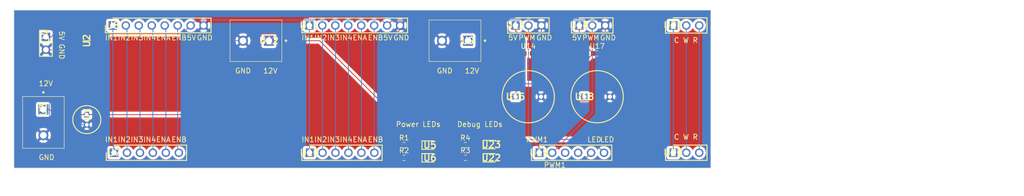
<source format=kicad_pcb>
(kicad_pcb (version 20240108) (generator "pcbnew") (generator_version "8.0")
  (layers (0 "F.Cu" signal) (31 "B.Cu" signal) (34 "B.Paste" user) (35 "F.Paste" user) (36 "B.SilkS" user "B.Silkscreen") (37 "F.SilkS" user "F.Silkscreen") (38 "B.Mask" user) (39 "F.Mask" user) (44 "Edge.Cuts" user))
  (net 0 "")
  (net 1 "vcc")
  (net 2 "gnd")
  (net 3 "vcc-1")
  (net 4 "servo1-control")
  (net 5 "servo2-control")
  (net 6 "digital3")
  (net 7 "digital4")
  (net 8 "digital5")
  (net 9 "digital6")
  (net 10 "counter")
  (net 11 "reference")
  (net 12 "working")
  (net 13 "motor1-in1")
  (net 14 "motor1-in2")
  (net 15 "motor1-in3")
  (net 16 "motor1-in4")
  (net 17 "motor1-ena")
  (net 18 "motor1-enb")
  (net 19 "motor2-in1")
  (net 20 "motor2-in2")
  (net 21 "motor2-in3")
  (net 22 "motor2-in4")
  (net 23 "motor2-ena")
  (net 24 "motor2-enb")
  (net 25 "power_led_5v.ic-p2")
  (net 26 "power_led_12v.ic-p2")
  (net 27 "debug_led_1.ic-p2")
  (net 28 "debug_led_2.ic-p2")
  (footprint "lib:HDRV6W64P0X254_1X6_1524X250X952P" (layer "F.Cu") (at 234.15 135.5)
    (property "Reference" "U19" (at 0 0 0) (layer "F.SilkS") (effects (font (size 1.27 1.27) (thickness 0.254))))
    (property "Value" "CONN HEADER VERT 6POS 2.54MM" (hide yes))
    (fp_line (start -1.524 0) (end -1.524 1.504) (stroke (width 0.2)) (layer "F.SilkS"))
    (fp_line (start -1.524 1.504) (end 14.224 1.504) (stroke (width 0.2)) (layer "F.SilkS"))
    (fp_line (start 14.224 -1.504) (end 0 -1.504) (stroke (width 0.2)) (layer "F.SilkS"))
    (fp_line (start 14.224 1.504) (end 14.224 -1.504) (stroke (width 0.2)) (layer "F.SilkS"))
    (pad "1" thru_hole rect (at 0 0) (size 1.65 1.65) (drill 1.1) (layers "*.Cu" "*.Mask") (net 4 "servo1-control"))
    (pad "2" thru_hole circle (at 2.54 0) (size 1.65 1.65) (drill 1.1) (layers "*.Cu" "*.Mask") (net 5 "servo2-control"))
    (pad "3" thru_hole circle (at 5.08 0) (size 1.65 1.65) (drill 1.1) (layers "*.Cu" "*.Mask") (net 6 "digital3"))
    (pad "4" thru_hole circle (at 7.62 0) (size 1.65 1.65) (drill 1.1) (layers "*.Cu" "*.Mask") (net 7 "digital4"))
    (pad "5" thru_hole circle (at 10.16 0) (size 1.65 1.65) (drill 1.1) (layers "*.Cu" "*.Mask") (net 8 "digital5"))
    (pad "6" thru_hole circle (at 12.7 0) (size 1.65 1.65) (drill 1.1) (layers "*.Cu" "*.Mask") (net 9 "digital6"))
  )
  (footprint "lib:R0603" (layer "F.Cu") (at 207.675 136.5)
    (property "Reference" "R2" (at 0 -1.43 0) (layer "F.SilkS"))
    (property "Value" "100mW Thick Film Resistors 75V ±100ppm/℃ ±1% 1.8kΩ 0603 Chip Resistor - Surface Mount ROHS")
    (fp_line (start -0.237258 -0.5225) (end 0.237258 -0.5225) (stroke (width 0.12)) (layer "F.SilkS"))
    (fp_line (start -0.237258 0.5225) (end 0.237258 0.5225) (stroke (width 0.12)) (layer "F.SilkS"))
    (pad "1" smd roundrect (at -0.825 0) (size 0.8 0.95) (layers "F.Cu" "F.Paste" "F.Mask") (net 1 "vcc"))
    (pad "2" smd roundrect (at 0.825 0) (size 0.8 0.95) (layers "F.Cu" "F.Paste" "F.Mask") (net 26 "power_led_12v.ic-p2"))
  )
  (footprint "lib:R0603" (layer "F.Cu") (at 207.675 134)
    (property "Reference" "R1" (at 0 -1.43 0) (layer "F.SilkS"))
    (property "Value" "100mW Thick Film Resistors 75V ±100ppm/℃ ±1% 390Ω 0603 Chip Resistor - Surface Mount ROHS")
    (fp_line (start -0.237258 -0.5225) (end 0.237258 -0.5225) (stroke (width 0.12)) (layer "F.SilkS"))
    (fp_line (start -0.237258 0.5225) (end 0.237258 0.5225) (stroke (width 0.12)) (layer "F.SilkS"))
    (pad "1" smd roundrect (at -0.825 0) (size 0.8 0.95) (layers "F.Cu" "F.Paste" "F.Mask") (net 3 "vcc-1"))
    (pad "2" smd roundrect (at 0.825 0) (size 0.8 0.95) (layers "F.Cu" "F.Paste" "F.Mask") (net 25 "power_led_5v.ic-p2"))
  )
  (footprint "lib:R0603" (layer "F.Cu") (at 219.675 136.5)
    (property "Reference" "R3" (at 0 -1.43 0) (layer "F.SilkS"))
    (property "Value" "100mW Thick Film Resistors 75V ±100ppm/℃ ±1% 390Ω 0603 Chip Resistor - Surface Mount ROHS")
    (fp_line (start -0.237258 -0.5225) (end 0.237258 -0.5225) (stroke (width 0.12)) (layer "F.SilkS"))
    (fp_line (start -0.237258 0.5225) (end 0.237258 0.5225) (stroke (width 0.12)) (layer "F.SilkS"))
    (pad "1" smd roundrect (at -0.825 0) (size 0.8 0.95) (layers "F.Cu" "F.Paste" "F.Mask") (net 8 "digital5"))
    (pad "2" smd roundrect (at 0.825 0) (size 0.8 0.95) (layers "F.Cu" "F.Paste" "F.Mask") (net 27 "debug_led_1.ic-p2"))
  )
  (footprint "lib:HDRV6W64P0X254_1X6_1524X250X952P" (layer "F.Cu") (at 189.15 135.5)
    (property "Reference" "U10" (at 0 0 0) (layer "F.SilkS") (effects (font (size 1.27 1.27) (thickness 0.254))))
    (property "Value" "CONN HEADER VERT 6POS 2.54MM" (hide yes))
    (fp_line (start -1.524 0) (end -1.524 1.504) (stroke (width 0.2)) (layer "F.SilkS"))
    (fp_line (start -1.524 1.504) (end 14.224 1.504) (stroke (width 0.2)) (layer "F.SilkS"))
    (fp_line (start 14.224 -1.504) (end 0 -1.504) (stroke (width 0.2)) (layer "F.SilkS"))
    (fp_line (start 14.224 1.504) (end 14.224 -1.504) (stroke (width 0.2)) (layer "F.SilkS"))
    (pad "1" thru_hole rect (at 0 0) (size 1.65 1.65) (drill 1.1) (layers "*.Cu" "*.Mask") (net 19 "motor2-in1"))
    (pad "2" thru_hole circle (at 2.54 0) (size 1.65 1.65) (drill 1.1) (layers "*.Cu" "*.Mask") (net 20 "motor2-in2"))
    (pad "3" thru_hole circle (at 5.08 0) (size 1.65 1.65) (drill 1.1) (layers "*.Cu" "*.Mask") (net 21 "motor2-in3"))
    (pad "4" thru_hole circle (at 7.62 0) (size 1.65 1.65) (drill 1.1) (layers "*.Cu" "*.Mask") (net 22 "motor2-in4"))
    (pad "5" thru_hole circle (at 10.16 0) (size 1.65 1.65) (drill 1.1) (layers "*.Cu" "*.Mask") (net 23 "motor2-ena"))
    (pad "6" thru_hole circle (at 12.7 0) (size 1.65 1.65) (drill 1.1) (layers "*.Cu" "*.Mask") (net 24 "motor2-enb"))
  )
  (footprint "lib:HDRV3W64P0X254_1X3_762X250X952P" (layer "F.Cu") (at 260.42 110.5)
    (property "Reference" "U21" (at 0 0 0) (layer "F.SilkS") (effects (font (size 1.27 1.27) (thickness 0.254))))
    (property "Value" "CONN HEADER VERT 3POS 2.54MM" (hide yes))
    (fp_line (start -1.524 0) (end -1.524 1.504) (stroke (width 0.2)) (layer "F.SilkS"))
    (fp_line (start -1.524 1.504) (end 6.604 1.504) (stroke (width 0.2)) (layer "F.SilkS"))
    (fp_line (start 6.604 -1.504) (end 0 -1.504) (stroke (width 0.2)) (layer "F.SilkS"))
    (fp_line (start 6.604 1.504) (end 6.604 -1.504) (stroke (width 0.2)) (layer "F.SilkS"))
    (pad "1" thru_hole rect (at 0 0) (size 1.65 1.65) (drill 1.1) (layers "*.Cu" "*.Mask") (net 10 "counter"))
    (pad "2" thru_hole circle (at 2.54 0) (size 1.65 1.65) (drill 1.1) (layers "*.Cu" "*.Mask") (net 12 "working"))
    (pad "3" thru_hole circle (at 5.08 0) (size 1.65 1.65) (drill 1.1) (layers "*.Cu" "*.Mask") (net 11 "reference"))
  )
  (footprint "lib:R0603" (layer "F.Cu") (at 219.675 134)
    (property "Reference" "R4" (at 0 -1.43 0) (layer "F.SilkS"))
    (property "Value" "100mW Thick Film Resistors 75V ±100ppm/℃ ±1% 390Ω 0603 Chip Resistor - Surface Mount ROHS")
    (fp_line (start -0.237258 -0.5225) (end 0.237258 -0.5225) (stroke (width 0.12)) (layer "F.SilkS"))
    (fp_line (start -0.237258 0.5225) (end 0.237258 0.5225) (stroke (width 0.12)) (layer "F.SilkS"))
    (pad "1" smd roundrect (at -0.825 0) (size 0.8 0.95) (layers "F.Cu" "F.Paste" "F.Mask") (net 9 "digital6"))
    (pad "2" smd roundrect (at 0.825 0) (size 0.8 0.95) (layers "F.Cu" "F.Paste" "F.Mask") (net 28 "debug_led_2.ic-p2"))
  )
  (footprint "lib:1729128" (layer "F.Cu") (at 137 127 -90)
    (property "Reference" "U3" (at 0 0 90) (layer "F.SilkS") (effects (font (size 1.27 1.27) (thickness 0.254))))
    (property "Value" "PCB terminal block, nominal current: 13.5 A, rated voltage (III/2): 400 V, nominal cross section: 1.5 mm?, Number of potentials: 2, Number of rows: 1, Number of positions per row: 2, product range: MKDSN 1,5, pitch: 5.08 mm, connection method: Screw connection with tension sleeve, mounting: Wave soldering, conductor/PCB connection direction: 0 ?, color: green, Pin layout: Linear pinning, Solder pin [P]: 3.5 mm, type of packaging: packed in cardboard" (hide yes))
    (fp_line (start -2.54 4.075) (end -2.54 -4.075) (stroke (width 0.1)) (layer "F.SilkS"))
    (fp_line (start 7.62 4.075) (end -2.54 4.075) (stroke (width 0.1)) (layer "F.SilkS"))
    (fp_line (start -2.54 -4.075) (end 7.62 -4.075) (stroke (width 0.1)) (layer "F.SilkS"))
    (fp_line (start 7.62 -4.075) (end 7.62 4.075) (stroke (width 0.1)) (layer "F.SilkS"))
    (fp_circle (center -3.35 0) (end -3.35 0.05) (stroke (width 0.2)) (fill none) (layer "F.SilkS"))
    (pad "1" thru_hole rect (at 0 0 270) (size 1.95 1.95) (drill 1.3) (layers "*.Cu" "*.Mask") (net 1 "vcc"))
    (pad "2" thru_hole circle (at 5.08 0 270) (size 1.95 1.95) (drill 1.3) (layers "*.Cu" "*.Mask") (net 2 "gnd"))
  )
  (footprint "lib:LEDC1608X80N" (layer "F.Cu") (at 224.75 136.5)
    (property "Reference" "U22" (at 0 0 0) (layer "F.SilkS") (effects (font (size 1.27 1.27) (thickness 0.254))))
    (property "Value" "Wurth Elektronik WL-SMCW 520 nm Green LED, 1608 (0603) Clear SMD package" (hide yes))
    (fp_line (start -1.575 -0.825) (end -1.575 0.825) (stroke (width 0.2)) (layer "F.SilkS"))
    (fp_line (start -1.575 0.825) (end 0.75 0.825) (stroke (width 0.2)) (layer "F.SilkS"))
    (fp_line (start 0.75 -0.825) (end -1.575 -0.825) (stroke (width 0.2)) (layer "F.SilkS"))
    (pad "1" smd rect (at -0.75 0 90) (size 0.95 0.95) (layers "F.Cu" "F.Paste" "F.Mask") (net 2 "gnd"))
    (pad "2" smd rect (at 0.75 0 90) (size 0.95 0.95) (layers "F.Cu" "F.Paste" "F.Mask") (net 27 "debug_led_1.ic-p2"))
  )
  (footprint "lib:HDRV8W64P0X254_1X8_2032X250X888P" (layer "F.Cu") (at 189.1095 110.5005)
    (property "Reference" "U11" (at 0 0 0) (layer "F.SilkS") (effects (font (size 1.27 1.27) (thickness 0.254))))
    (property "Value" "Conn Unshrouded Header HDR 8 POS 2.54mm Solder ST Thru-Hole" (hide yes))
    (fp_line (start -1.46 0) (end -1.46 1.44) (stroke (width 0.2)) (layer "F.SilkS"))
    (fp_line (start -1.46 1.44) (end 19.241 1.44) (stroke (width 0.2)) (layer "F.SilkS"))
    (fp_line (start 19.241 -1.441) (end 0 -1.441) (stroke (width 0.2)) (layer "F.SilkS"))
    (fp_line (start 19.241 1.44) (end 19.241 -1.441) (stroke (width 0.2)) (layer "F.SilkS"))
    (pad "1" thru_hole rect (at 0 0) (size 1.65 1.65) (drill 1.1) (layers "*.Cu" "*.Mask") (net 19 "motor2-in1"))
    (pad "2" thru_hole circle (at 2.54 0) (size 1.65 1.65) (drill 1.1) (layers "*.Cu" "*.Mask") (net 20 "motor2-in2"))
    (pad "3" thru_hole circle (at 5.08 0) (size 1.65 1.65) (drill 1.1) (layers "*.Cu" "*.Mask") (net 21 "motor2-in3"))
    (pad "4" thru_hole circle (at 7.62 0) (size 1.65 1.65) (drill 1.1) (layers "*.Cu" "*.Mask") (net 22 "motor2-in4"))
    (pad "5" thru_hole circle (at 10.16 0) (size 1.65 1.65) (drill 1.1) (layers "*.Cu" "*.Mask") (net 23 "motor2-ena"))
    (pad "6" thru_hole circle (at 12.7 0) (size 1.65 1.65) (drill 1.1) (layers "*.Cu" "*.Mask") (net 24 "motor2-enb"))
    (pad "7" thru_hole circle (at 15.24 0) (size 1.65 1.65) (drill 1.1) (layers "*.Cu" "*.Mask") (net 3 "vcc-1"))
    (pad "8" thru_hole circle (at 17.78 0) (size 1.65 1.65) (drill 1.1) (layers "*.Cu" "*.Mask") (net 2 "gnd"))
  )
  (footprint "lib:HDRV8W64P0X254_1X8_2032X250X888P" (layer "F.Cu") (at 150.6095 110.5005)
    (property "Reference" "U8" (at 0 0 0) (layer "F.SilkS") (effects (font (size 1.27 1.27) (thickness 0.254))))
    (property "Value" "Conn Unshrouded Header HDR 8 POS 2.54mm Solder ST Thru-Hole" (hide yes))
    (fp_line (start -1.46 0) (end -1.46 1.44) (stroke (width 0.2)) (layer "F.SilkS"))
    (fp_line (start -1.46 1.44) (end 19.241 1.44) (stroke (width 0.2)) (layer "F.SilkS"))
    (fp_line (start 19.241 -1.441) (end 0 -1.441) (stroke (width 0.2)) (layer "F.SilkS"))
    (fp_line (start 19.241 1.44) (end 19.241 -1.441) (stroke (width 0.2)) (layer "F.SilkS"))
    (pad "1" thru_hole rect (at 0 0) (size 1.65 1.65) (drill 1.1) (layers "*.Cu" "*.Mask") (net 13 "motor1-in1"))
    (pad "2" thru_hole circle (at 2.54 0) (size 1.65 1.65) (drill 1.1) (layers "*.Cu" "*.Mask") (net 14 "motor1-in2"))
    (pad "3" thru_hole circle (at 5.08 0) (size 1.65 1.65) (drill 1.1) (layers "*.Cu" "*.Mask") (net 15 "motor1-in3"))
    (pad "4" thru_hole circle (at 7.62 0) (size 1.65 1.65) (drill 1.1) (layers "*.Cu" "*.Mask") (net 16 "motor1-in4"))
    (pad "5" thru_hole circle (at 10.16 0) (size 1.65 1.65) (drill 1.1) (layers "*.Cu" "*.Mask") (net 17 "motor1-ena"))
    (pad "6" thru_hole circle (at 12.7 0) (size 1.65 1.65) (drill 1.1) (layers "*.Cu" "*.Mask") (net 18 "motor1-enb"))
    (pad "7" thru_hole circle (at 15.24 0) (size 1.65 1.65) (drill 1.1) (layers "*.Cu" "*.Mask") (net 3 "vcc-1"))
    (pad "8" thru_hole circle (at 17.78 0) (size 1.65 1.65) (drill 1.1) (layers "*.Cu" "*.Mask") (net 2 "gnd"))
  )
  (footprint "lib:HDRV3W64P0X254_1X3_762X250X952P" (layer "F.Cu") (at 242 110.5)
    (property "Reference" "U16" (at 0 0 0) (layer "F.SilkS") (effects (font (size 1.27 1.27) (thickness 0.254))))
    (property "Value" "CONN HEADER VERT 3POS 2.54MM" (hide yes))
    (fp_line (start -1.524 0) (end -1.524 1.504) (stroke (width 0.2)) (layer "F.SilkS"))
    (fp_line (start -1.524 1.504) (end 6.604 1.504) (stroke (width 0.2)) (layer "F.SilkS"))
    (fp_line (start 6.604 -1.504) (end 0 -1.504) (stroke (width 0.2)) (layer "F.SilkS"))
    (fp_line (start 6.604 1.504) (end 6.604 -1.504) (stroke (width 0.2)) (layer "F.SilkS"))
    (pad "1" thru_hole rect (at 0 0) (size 1.65 1.65) (drill 1.1) (layers "*.Cu" "*.Mask") (net 3 "vcc-1"))
    (pad "2" thru_hole circle (at 2.54 0) (size 1.65 1.65) (drill 1.1) (layers "*.Cu" "*.Mask") (net 5 "servo2-control"))
    (pad "3" thru_hole circle (at 5.08 0) (size 1.65 1.65) (drill 1.1) (layers "*.Cu" "*.Mask") (net 2 "gnd"))
  )
  (footprint "lib:CAPPRD500W60D1025H1750" (layer "F.Cu") (at 243 124.5)
    (property "Reference" "U18" (at 0 0 0) (layer "F.SilkS") (effects (font (size 1.27 1.27) (thickness 0.254))))
    (property "Value" "Nichicon 470F 25V dc Aluminium Electrolytic Capacitor, Through Hole 10 (Dia.) x 16mm +105C 10mm 5mm" (hide yes))
    (fp_circle (center 2.5 0) (end 2.5 5.125) (stroke (width 0.2)) (fill none) (layer "F.SilkS"))
    (pad "1" thru_hole rect (at 0 0) (size 1.2 1.2) (drill 0.8) (layers "*.Cu" "*.Mask") (net 3 "vcc-1"))
    (pad "2" thru_hole circle (at 5 0) (size 1.2 1.2) (drill 0.8) (layers "*.Cu" "*.Mask") (net 2 "gnd"))
  )
  (footprint "lib:C0603" (layer "F.Cu") (at 245.5 116)
    (property "Reference" "U17" (at 0 -1.43 0) (layer "F.SilkS"))
    (property "Value" "SMD Comm X7R, Ceramic, 0.1 uF, 20%, 50 VDC, 125 VDC, 125C, -55C, X7R, SMD, MLCC, Temperature Stable, Class II, 2.5 % , 5 GOhms, 7.3 mg, 0603, 1.6mm, 0.8mm, 0.8mm, 0.7mm, 0.35mm, 4000, 78  Weeks, 80")
    (fp_line (start -0.14058 -0.51) (end 0.14058 -0.51) (stroke (width 0.12)) (layer "F.SilkS"))
    (fp_line (start -0.14058 0.51) (end 0.14058 0.51) (stroke (width 0.12)) (layer "F.SilkS"))
    (pad "1" smd roundrect (at -0.775 0) (size 0.9 0.95) (layers "F.Cu" "F.Paste" "F.Mask") (net 3 "vcc-1"))
    (pad "2" smd roundrect (at 0.775 0) (size 0.9 0.95) (layers "F.Cu" "F.Paste" "F.Mask") (net 2 "gnd"))
  )
  (footprint "lib:HDRV3W64P0X254_1X3_762X250X952P" (layer "F.Cu") (at 229.5 110.5)
    (property "Reference" "U13" (at 0 0 0) (layer "F.SilkS") (effects (font (size 1.27 1.27) (thickness 0.254))))
    (property "Value" "CONN HEADER VERT 3POS 2.54MM" (hide yes))
    (fp_line (start -1.524 0) (end -1.524 1.504) (stroke (width 0.2)) (layer "F.SilkS"))
    (fp_line (start -1.524 1.504) (end 6.604 1.504) (stroke (width 0.2)) (layer "F.SilkS"))
    (fp_line (start 6.604 -1.504) (end 0 -1.504) (stroke (width 0.2)) (layer "F.SilkS"))
    (fp_line (start 6.604 1.504) (end 6.604 -1.504) (stroke (width 0.2)) (layer "F.SilkS"))
    (pad "1" thru_hole rect (at 0 0) (size 1.65 1.65) (drill 1.1) (layers "*.Cu" "*.Mask") (net 3 "vcc-1"))
    (pad "2" thru_hole circle (at 2.54 0) (size 1.65 1.65) (drill 1.1) (layers "*.Cu" "*.Mask") (net 4 "servo1-control"))
    (pad "3" thru_hole circle (at 5.08 0) (size 1.65 1.65) (drill 1.1) (layers "*.Cu" "*.Mask") (net 2 "gnd"))
  )
  (footprint "lib:HDRV3W64P0X254_1X3_762X250X952P" (layer "F.Cu") (at 260.42 135.5)
    (property "Reference" "U20" (at 0 0 0) (layer "F.SilkS") (effects (font (size 1.27 1.27) (thickness 0.254))))
    (property "Value" "CONN HEADER VERT 3POS 2.54MM" (hide yes))
    (fp_line (start -1.524 0) (end -1.524 1.504) (stroke (width 0.2)) (layer "F.SilkS"))
    (fp_line (start -1.524 1.504) (end 6.604 1.504) (stroke (width 0.2)) (layer "F.SilkS"))
    (fp_line (start 6.604 -1.504) (end 0 -1.504) (stroke (width 0.2)) (layer "F.SilkS"))
    (fp_line (start 6.604 1.504) (end 6.604 -1.504) (stroke (width 0.2)) (layer "F.SilkS"))
    (pad "1" thru_hole rect (at 0 0) (size 1.65 1.65) (drill 1.1) (layers "*.Cu" "*.Mask") (net 10 "counter"))
    (pad "2" thru_hole circle (at 2.54 0) (size 1.65 1.65) (drill 1.1) (layers "*.Cu" "*.Mask") (net 12 "working"))
    (pad "3" thru_hole circle (at 5.08 0) (size 1.65 1.65) (drill 1.1) (layers "*.Cu" "*.Mask") (net 11 "reference"))
  )
  (footprint "lib:HDRV2W64P0X254_1X2_508X250X850P" (layer "F.Cu") (at 137.5 112.73 -90)
    (property "Reference" "U4" (at 0 0 90) (layer "F.SilkS") (effects (font (size 1.27 1.27) (thickness 0.254))))
    (property "Value" "CONN HEADER VERT 2POS 2.54MM" (hide yes))
    (fp_line (start -1.27 1.25) (end 3.81 1.25) (stroke (width 0.2)) (layer "F.SilkS"))
    (fp_line (start 3.81 1.25) (end 3.81 -1.25) (stroke (width 0.2)) (layer "F.SilkS"))
    (fp_line (start -1.27 0) (end -1.27 1.25) (stroke (width 0.2)) (layer "F.SilkS"))
    (fp_line (start 3.81 -1.25) (end 0 -1.25) (stroke (width 0.2)) (layer "F.SilkS"))
    (pad "1" thru_hole rect (at 0 0 270) (size 1.65 1.65) (drill 1.1) (layers "*.Cu" "*.Mask") (net 3 "vcc-1"))
    (pad "2" thru_hole circle (at 2.54 0 270) (size 1.65 1.65) (drill 1.1) (layers "*.Cu" "*.Mask") (net 2 "gnd"))
  )
  (footprint "lib:LEDC1608X80N" (layer "F.Cu") (at 212.75 134)
    (property "Reference" "U5" (at 0 0 0) (layer "F.SilkS") (effects (font (size 1.27 1.27) (thickness 0.254))))
    (property "Value" "Wurth Elektronik WL-SMCW 520 nm Green LED, 1608 (0603) Clear SMD package" (hide yes))
    (fp_line (start -1.575 -0.825) (end -1.575 0.825) (stroke (width 0.2)) (layer "F.SilkS"))
    (fp_line (start -1.575 0.825) (end 0.75 0.825) (stroke (width 0.2)) (layer "F.SilkS"))
    (fp_line (start 0.75 -0.825) (end -1.575 -0.825) (stroke (width 0.2)) (layer "F.SilkS"))
    (pad "1" smd rect (at -0.75 0 90) (size 0.95 0.95) (layers "F.Cu" "F.Paste" "F.Mask") (net 2 "gnd"))
    (pad "2" smd rect (at 0.75 0 90) (size 0.95 0.95) (layers "F.Cu" "F.Paste" "F.Mask") (net 25 "power_led_5v.ic-p2"))
  )
  (footprint "lib:CAPC3216X180N" (layer "F.Cu") (at 145.5 113.5 -90)
    (property "Reference" "U2" (at 0 0 90) (layer "F.SilkS") (effects (font (size 1.27 1.27) (thickness 0.254))))
    (property "Value" "Cap Ceramic 10uF 16V X7R 10% Pad SMD 1206 125C T/R" (hide yes))
    (fp_line (start 0 -0.7) (end 0 0.7) (stroke (width 0.2)) (layer "F.SilkS"))
    (pad "1" smd rect (at -1.39 0 270) (size 1.05 1.82) (layers "F.Cu" "F.Paste" "F.Mask") (net 3 "vcc-1"))
    (pad "2" smd rect (at 1.39 0 270) (size 1.05 1.82) (layers "F.Cu" "F.Paste" "F.Mask") (net 2 "gnd"))
  )
  (footprint "lib:C0603" (layer "F.Cu") (at 232 116)
    (property "Reference" "U14" (at 0 -1.43 0) (layer "F.SilkS"))
    (property "Value" "SMD Comm X7R, Ceramic, 0.1 uF, 20%, 50 VDC, 125 VDC, 125C, -55C, X7R, SMD, MLCC, Temperature Stable, Class II, 2.5 % , 5 GOhms, 7.3 mg, 0603, 1.6mm, 0.8mm, 0.8mm, 0.7mm, 0.35mm, 4000, 78  Weeks, 80")
    (fp_line (start -0.14058 -0.51) (end 0.14058 -0.51) (stroke (width 0.12)) (layer "F.SilkS"))
    (fp_line (start -0.14058 0.51) (end 0.14058 0.51) (stroke (width 0.12)) (layer "F.SilkS"))
    (pad "1" smd roundrect (at -0.775 0) (size 0.9 0.95) (layers "F.Cu" "F.Paste" "F.Mask") (net 3 "vcc-1"))
    (pad "2" smd roundrect (at 0.775 0) (size 0.9 0.95) (layers "F.Cu" "F.Paste" "F.Mask") (net 2 "gnd"))
  )
  (footprint "lib:1729128" (layer "F.Cu") (at 220.185 113.5 180)
    (property "Reference" "U9" (at 0 0 0) (layer "F.SilkS") (effects (font (size 1.27 1.27) (thickness 0.254))))
    (property "Value" "PCB terminal block, nominal current: 13.5 A, rated voltage (III/2): 400 V, nominal cross section: 1.5 mm?, Number of potentials: 2, Number of rows: 1, Number of positions per row: 2, product range: MKDSN 1,5, pitch: 5.08 mm, connection method: Screw connection with tension sleeve, mounting: Wave soldering, conductor/PCB connection direction: 0 ?, color: green, Pin layout: Linear pinning, Solder pin [P]: 3.5 mm, type of packaging: packed in cardboard" (hide yes))
    (fp_line (start 7.62 4.075) (end -2.54 4.075) (stroke (width 0.1)) (layer "F.SilkS"))
    (fp_line (start 7.62 -4.075) (end 7.62 4.075) (stroke (width 0.1)) (layer "F.SilkS"))
    (fp_line (start -2.54 4.075) (end -2.54 -4.075) (stroke (width 0.1)) (layer "F.SilkS"))
    (fp_line (start -2.54 -4.075) (end 7.62 -4.075) (stroke (width 0.1)) (layer "F.SilkS"))
    (fp_circle (center -3.35 0) (end -3.35 0.05) (stroke (width 0.2)) (fill none) (layer "F.SilkS"))
    (pad "1" thru_hole rect (at 0 0 180) (size 1.95 1.95) (drill 1.3) (layers "*.Cu" "*.Mask") (net 1 "vcc"))
    (pad "2" thru_hole circle (at 5.08 0 180) (size 1.95 1.95) (drill 1.3) (layers "*.Cu" "*.Mask") (net 2 "gnd"))
  )
  (footprint "lib:CAPPRD200W50D550H1250" (layer "F.Cu") (at 145.5 128 -90)
    (property "Reference" "U1" (at 0 0 90) (layer "F.SilkS") (effects (font (size 1.27 1.27) (thickness 0.254))))
    (property "Value" "Rubycon 100uF 25 V dc Aluminium Electrolytic Capacitor, YXJ Series 5000h 5 Dia. x 11mm" (hide yes))
    (fp_circle (center 1 0) (end 1 2.75) (stroke (width 0.2)) (fill none) (layer "F.SilkS"))
    (pad "1" thru_hole rect (at 0 0 270) (size 1.1 1.1) (drill 0.7) (layers "*.Cu" "*.Mask") (net 1 "vcc"))
    (pad "2" thru_hole circle (at 2 0 270) (size 1.1 1.1) (drill 0.7) (layers "*.Cu" "*.Mask") (net 2 "gnd"))
  )
  (footprint "lib:LEDC1608X80N" (layer "F.Cu") (at 212.75 136.5)
    (property "Reference" "U6" (at 0 0 0) (layer "F.SilkS") (effects (font (size 1.27 1.27) (thickness 0.254))))
    (property "Value" "Wurth Elektronik WL-SMCW 520 nm Green LED, 1608 (0603) Clear SMD package" (hide yes))
    (fp_line (start -1.575 -0.825) (end -1.575 0.825) (stroke (width 0.2)) (layer "F.SilkS"))
    (fp_line (start -1.575 0.825) (end 0.75 0.825) (stroke (width 0.2)) (layer "F.SilkS"))
    (fp_line (start 0.75 -0.825) (end -1.575 -0.825) (stroke (width 0.2)) (layer "F.SilkS"))
    (pad "1" smd rect (at -0.75 0 90) (size 0.95 0.95) (layers "F.Cu" "F.Paste" "F.Mask") (net 2 "gnd"))
    (pad "2" smd rect (at 0.75 0 90) (size 0.95 0.95) (layers "F.Cu" "F.Paste" "F.Mask") (net 26 "power_led_12v.ic-p2"))
  )
  (footprint "lib:CAPPRD500W60D1025H1750" (layer "F.Cu") (at 229.5 124.5)
    (property "Reference" "U15" (at 0 0 0) (layer "F.SilkS") (effects (font (size 1.27 1.27) (thickness 0.254))))
    (property "Value" "Nichicon 470F 25V dc Aluminium Electrolytic Capacitor, Through Hole 10 (Dia.) x 16mm +105C 10mm 5mm" (hide yes))
    (fp_circle (center 2.5 0) (end 2.5 5.125) (stroke (width 0.2)) (fill none) (layer "F.SilkS"))
    (pad "1" thru_hole rect (at 0 0) (size 1.2 1.2) (drill 0.8) (layers "*.Cu" "*.Mask") (net 3 "vcc-1"))
    (pad "2" thru_hole circle (at 5 0) (size 1.2 1.2) (drill 0.8) (layers "*.Cu" "*.Mask") (net 2 "gnd"))
  )
  (footprint "lib:LEDC1608X80N" (layer "F.Cu") (at 224.75 133.9)
    (property "Reference" "U23" (at 0 0 0) (layer "F.SilkS") (effects (font (size 1.27 1.27) (thickness 0.254))))
    (property "Value" "Wurth Elektronik WL-SMCW 520 nm Green LED, 1608 (0603) Clear SMD package" (hide yes))
    (fp_line (start -1.575 -0.825) (end -1.575 0.825) (stroke (width 0.2)) (layer "F.SilkS"))
    (fp_line (start -1.575 0.825) (end 0.75 0.825) (stroke (width 0.2)) (layer "F.SilkS"))
    (fp_line (start 0.75 -0.825) (end -1.575 -0.825) (stroke (width 0.2)) (layer "F.SilkS"))
    (pad "1" smd rect (at -0.75 0 90) (size 0.95 0.95) (layers "F.Cu" "F.Paste" "F.Mask") (net 2 "gnd"))
    (pad "2" smd rect (at 0.75 0 90) (size 0.95 0.95) (layers "F.Cu" "F.Paste" "F.Mask") (net 28 "debug_led_2.ic-p2"))
  )
  (footprint "lib:1729128" (layer "F.Cu") (at 181.185 113.5 180)
    (property "Reference" "U12" (at 0 0 0) (layer "F.SilkS") (effects (font (size 1.27 1.27) (thickness 0.254))))
    (property "Value" "PCB terminal block, nominal current: 13.5 A, rated voltage (III/2): 400 V, nominal cross section: 1.5 mm?, Number of potentials: 2, Number of rows: 1, Number of positions per row: 2, product range: MKDSN 1,5, pitch: 5.08 mm, connection method: Screw connection with tension sleeve, mounting: Wave soldering, conductor/PCB connection direction: 0 ?, color: green, Pin layout: Linear pinning, Solder pin [P]: 3.5 mm, type of packaging: packed in cardboard" (hide yes))
    (fp_line (start 7.62 4.075) (end -2.54 4.075) (stroke (width 0.1)) (layer "F.SilkS"))
    (fp_line (start 7.62 -4.075) (end 7.62 4.075) (stroke (width 0.1)) (layer "F.SilkS"))
    (fp_line (start -2.54 4.075) (end -2.54 -4.075) (stroke (width 0.1)) (layer "F.SilkS"))
    (fp_line (start -2.54 -4.075) (end 7.62 -4.075) (stroke (width 0.1)) (layer "F.SilkS"))
    (fp_circle (center -3.35 0) (end -3.35 0.05) (stroke (width 0.2)) (fill none) (layer "F.SilkS"))
    (pad "1" thru_hole rect (at 0 0 180) (size 1.95 1.95) (drill 1.3) (layers "*.Cu" "*.Mask") (net 1 "vcc"))
    (pad "2" thru_hole circle (at 5.08 0 180) (size 1.95 1.95) (drill 1.3) (layers "*.Cu" "*.Mask") (net 2 "gnd"))
  )
  (footprint "lib:HDRV6W64P0X254_1X6_1524X250X952P" (layer "F.Cu") (at 150.84 135.5)
    (property "Reference" "U7" (at 0 0 0) (layer "F.SilkS") (effects (font (size 1.27 1.27) (thickness 0.254))))
    (property "Value" "CONN HEADER VERT 6POS 2.54MM" (hide yes))
    (fp_line (start -1.524 0) (end -1.524 1.504) (stroke (width 0.2)) (layer "F.SilkS"))
    (fp_line (start -1.524 1.504) (end 14.224 1.504) (stroke (width 0.2)) (layer "F.SilkS"))
    (fp_line (start 14.224 -1.504) (end 0 -1.504) (stroke (width 0.2)) (layer "F.SilkS"))
    (fp_line (start 14.224 1.504) (end 14.224 -1.504) (stroke (width 0.2)) (layer "F.SilkS"))
    (pad "1" thru_hole rect (at 0 0) (size 1.65 1.65) (drill 1.1) (layers "*.Cu" "*.Mask") (net 13 "motor1-in1"))
    (pad "2" thru_hole circle (at 2.54 0) (size 1.65 1.65) (drill 1.1) (layers "*.Cu" "*.Mask") (net 14 "motor1-in2"))
    (pad "3" thru_hole circle (at 5.08 0) (size 1.65 1.65) (drill 1.1) (layers "*.Cu" "*.Mask") (net 15 "motor1-in3"))
    (pad "4" thru_hole circle (at 7.62 0) (size 1.65 1.65) (drill 1.1) (layers "*.Cu" "*.Mask") (net 16 "motor1-in4"))
    (pad "5" thru_hole circle (at 10.16 0) (size 1.65 1.65) (drill 1.1) (layers "*.Cu" "*.Mask") (net 17 "motor1-ena"))
    (pad "6" thru_hole circle (at 12.7 0) (size 1.65 1.65) (drill 1.1) (layers "*.Cu" "*.Mask") (net 18 "motor1-enb"))
  )
  (gr_rect (start 131.25 107.5) (end 267.75 138.5) (stroke (width 0.1)) (fill none) (layer "Edge.Cuts"))
  (gr_text "PWM1" (at 235 138.5 0) (layer "F.SilkS") (effects (font (size 1 1)) (justify left bottom)))
  (gr_text "GND" (at 233.5 113.5 0) (layer "F.SilkS") (effects (font (size 1 1)) (justify left bottom)))
  (gr_text "IN2" (at 151.5 133.5 0) (layer "F.SilkS") (effects (font (size 1 1)) (justify left bottom)))
  (gr_text "ENB" (at 200.5 113.5 0) (layer "F.SilkS") (effects (font (size 1 1)) (justify left bottom)))
  (gr_text "GND" (at 174.5 120 0) (layer "F.SilkS") (effects (font (size 1 1)) (justify left bottom)))
  (gr_text "IN2" (at 190 113.5 0) (layer "F.SilkS") (effects (font (size 1 1)) (justify left bottom)))
  (gr_text "Power LEDs" (at 206 130.5 0) (layer "F.SilkS") (effects (font (size 1 1)) (justify left bottom)))
  (gr_text "ENB" (at 162 133.5 0) (layer "F.SilkS") (effects (font (size 1 1)) (justify left bottom)))
  (gr_text "12V" (at 136 122.5 0) (layer "F.SilkS") (effects (font (size 1 1)) (justify left bottom)))
  (gr_text "ENB" (at 162 113.5 0) (layer "F.SilkS") (effects (font (size 1 1)) (justify left bottom)))
  (gr_text "C W R" (at 260.46 114 0) (layer "F.SilkS") (effects (font (size 1 1)) (justify left bottom)))
  (gr_text "GND" (at 140 114 -90) (layer "F.SilkS") (effects (font (size 1 1)) (justify left bottom)))
  (gr_text "5V" (at 165 113.5 0) (layer "F.SilkS") (effects (font (size 1 1)) (justify left bottom)))
  (gr_text "IN3" (at 154 133.5 0) (layer "F.SilkS") (effects (font (size 1 1)) (justify left bottom)))
  (gr_text "5V\n" (at 140 111.5 270) (layer "F.SilkS") (effects (font (size 1 1)) (justify left bottom)))
  (gr_text "12V" (at 219.5 120 0) (layer "F.SilkS") (effects (font (size 1 1)) (justify left bottom)))
  (gr_text "PWM" (at 242.5 113.5 0) (layer "F.SilkS") (effects (font (size 1 1)) (justify left bottom)))
  (gr_text "IN3" (at 192.5 133.5 0) (layer "F.SilkS") (effects (font (size 1 1)) (justify left bottom)))
  (gr_text "5V" (at 240.5 113.5 0) (layer "F.SilkS") (effects (font (size 1 1)) (justify left bottom)))
  (gr_text "ENA" (at 159 113.5 0) (layer "F.SilkS") (effects (font (size 1 1)) (justify left bottom)))
  (gr_text "GND" (at 246 113.5 0) (layer "F.SilkS") (effects (font (size 1 1)) (justify left bottom)))
  (gr_text "IN4" (at 195 113.5 0) (layer "F.SilkS") (effects (font (size 1 1)) (justify left bottom)))
  (gr_text "5V" (at 228 113.5 0) (layer "F.SilkS") (effects (font (size 1 1)) (justify left bottom)))
  (gr_text "PWM1" (at 231.5 133.5 0) (layer "F.SilkS") (effects (font (size 1 1)) (justify left bottom)))
  (gr_text "IN1\n" (at 149 113.5 0) (layer "F.SilkS") (effects (font (size 1 1)) (justify left bottom)))
  (gr_text "IN1\n" (at 187.5 113.5 0) (layer "F.SilkS") (effects (font (size 1 1)) (justify left bottom)))
  (gr_text "12V" (at 180 120 0) (layer "F.SilkS") (effects (font (size 1 1)) (justify left bottom)))
  (gr_text "C W R" (at 260.46 133 0) (layer "F.SilkS") (effects (font (size 1 1)) (justify left bottom)))
  (gr_text "IN1\n" (at 149 133.5 0) (layer "F.SilkS") (effects (font (size 1 1)) (justify left bottom)))
  (gr_text "GND" (at 136 137 0) (layer "F.SilkS") (effects (font (size 1 1)) (justify left bottom)))
  (gr_text "IN4" (at 195 133.5 0) (layer "F.SilkS") (effects (font (size 1 1)) (justify left bottom)))
  (gr_text "IN2" (at 151.5 113.5 0) (layer "F.SilkS") (effects (font (size 1 1)) (justify left bottom)))
  (gr_text "LED" (at 243.5 133.5 0) (layer "F.SilkS") (effects (font (size 1 1)) (justify left bottom)))
  (gr_text "IN3" (at 154 113.5 0) (layer "F.SilkS") (effects (font (size 1 1)) (justify left bottom)))
  (gr_text "5V" (at 203.5 113.5 0) (layer "F.SilkS") (effects (font (size 1 1)) (justify left bottom)))
  (gr_text "ENA" (at 159 133.5 0) (layer "F.SilkS") (effects (font (size 1 1)) (justify left bottom)))
  (gr_text "ENA" (at 197.5 113.5 0) (layer "F.SilkS") (effects (font (size 1 1)) (justify left bottom)))
  (gr_text "IN2" (at 190 133.5 0) (layer "F.SilkS") (effects (font (size 1 1)) (justify left bottom)))
  (gr_text "IN3" (at 192.5 113.5 0) (layer "F.SilkS") (effects (font (size 1 1)) (justify left bottom)))
  (gr_text "GND" (at 214 120 0) (layer "F.SilkS") (effects (font (size 1 1)) (justify left bottom)))
  (gr_text "IN1\n" (at 187.5 133.5 0) (layer "F.SilkS") (effects (font (size 1 1)) (justify left bottom)))
  (gr_text "GND" (at 205.5 113.5 0) (layer "F.SilkS") (effects (font (size 1 1)) (justify left bottom)))
  (gr_text "ENB" (at 200.5 133.5 0) (layer "F.SilkS") (effects (font (size 1 1)) (justify left bottom)))
  (gr_text "GND" (at 167 113.5 0) (layer "F.SilkS") (effects (font (size 1 1)) (justify left bottom)))
  (gr_text "ENA" (at 197.5 133.5 0) (layer "F.SilkS") (effects (font (size 1 1)) (justify left bottom)))
  (gr_text "IN4" (at 156.5 113.5 0) (layer "F.SilkS") (effects (font (size 1 1)) (justify left bottom)))
  (gr_text "LED" (at 246 133.5 0) (layer "F.SilkS") (effects (font (size 1 1)) (justify left bottom)))
  (gr_text "Debug LEDs" (at 218 130.5 0) (layer "F.SilkS") (effects (font (size 1 1)) (justify left bottom)))
  (gr_text "PWM" (at 230 113.5 0) (layer "F.SilkS") (effects (font (size 1 1)) (justify left bottom)))
  (gr_text "IN4" (at 156.5 133.5 0) (layer "F.SilkS") (effects (font (size 1 1)) (justify left bottom)))
  (segment (start 191.1392 113.5) (end 205.0613 127.422) (width 0.15) (layer "F.Cu") (net 1))
  (segment (start 205.6621 135.3121) (end 206.85 136.5) (width 0.15) (layer "F.Cu") (net 1))
  (segment (start 205.0613 127.422) (end 205.6621 128.0229) (width 0.15) (layer "F.Cu") (net 1))
  (segment (start 165.4833 128) (end 179.9833 113.5) (width 0.15) (layer "F.Cu") (net 1))
  (segment (start 181.185 113.5) (end 191.1392 113.5) (width 0.15) (layer "F.Cu") (net 1))
  (segment (start 137 127) (end 138.2017 127) (width 0.15) (layer "F.Cu") (net 1))
  (segment (start 138.2017 127) (end 139.2017 128) (width 0.15) (layer "F.Cu") (net 1))
  (segment (start 220.185 113.5) (end 218.9833 113.5) (width 0.15) (layer "F.Cu") (net 1))
  (segment (start 205.6621 128.0229) (end 205.6621 135.3121) (width 0.15) (layer "F.Cu") (net 1))
  (segment (start 139.2017 128) (end 145.5 128) (width 0.15) (layer "F.Cu") (net 1))
  (segment (start 145.5 128) (end 165.4833 128) (width 0.15) (layer "F.Cu") (net 1))
  (segment (start 218.9833 113.5) (end 205.0613 127.422) (width 0.15) (layer "F.Cu") (net 1))
  (segment (start 181.185 113.5) (end 179.9833 113.5) (width 0.15) (layer "F.Cu") (net 1))
  (segment (start 212 136.5) (end 212 135.7983) (width 0.15) (layer "F.Cu") (net 2))
  (segment (start 206.8895 111.3205) (end 206.8895 110.5005) (width 0.15) (layer "F.Cu") (net 2))
  (segment (start 224 133.9) (end 223.2983 133.9) (width 0.15) (layer "F.Cu") (net 2))
  (segment (start 145.5 114.89) (end 144.3633 114.89) (width 0.15) (layer "F.Cu") (net 2))
  (segment (start 247.1733 125.3267) (end 235.3267 125.3267) (width 0.15) (layer "F.Cu") (net 2))
  (segment (start 145.5 114.89) (end 164 114.89) (width 0.15) (layer "F.Cu") (net 2))
  (segment (start 248 124.5) (end 247.1733 125.3267) (width 0.15) (layer "F.Cu") (net 2))
  (segment (start 213.0743 134.724) (end 212.5483 135.25) (width 0.15) (layer "F.Cu") (net 2))
  (segment (start 223.2388 134.724) (end 218.2126 134.724) (width 0.15) (layer "F.Cu") (net 2))
  (segment (start 212 134) (end 212 134.7017) (width 0.15) (layer "F.Cu") (net 2))
  (segment (start 218.2126 133.5533) (end 220.1353 131.6306) (width 0.15) (layer "F.Cu") (net 2))
  (segment (start 206.0604 112.1496) (end 206.8895 111.3205) (width 0.15) (layer "F.Cu") (net 2))
  (segment (start 176.105 113.5) (end 177.4554 112.1496) (width 0.15) (layer "F.Cu") (net 2))
  (segment (start 218.2126 134.724) (end 218.2126 133.5533) (width 0.15) (layer "F.Cu") (net 2))
  (segment (start 224 136.5) (end 224 135.7983) (width 0.15) (layer "F.Cu") (net 2))
  (segment (start 227.3694 131.6306) (end 234.5 124.5) (width 0.15) (layer "F.Cu") (net 2))
  (segment (start 220.1353 131.6306) (end 227.3694 131.6306) (width 0.15) (layer "F.Cu") (net 2))
  (segment (start 143.9833 115.27) (end 144.3633 114.89) (width 0.15) (layer "F.Cu") (net 2))
  (segment (start 246.6179 116) (end 246.6179 123.1179) (width 0.15) (layer "F.Cu") (net 2))
  (segment (start 218.2126 134.724) (end 213.0743 134.724) (width 0.15) (layer "F.Cu") (net 2))
  (segment (start 232.775 116) (end 234.58 114.195) (width 0.15) (layer "F.Cu") (net 2))
  (segment (start 223.2388 134.724) (end 223.2388 135.0371) (width 0.15) (layer "F.Cu") (net 2))
  (segment (start 246.6179 116) (end 246.275 116) (width 0.15) (layer "F.Cu") (net 2))
  (segment (start 137.5 115.27) (end 143.9833 115.27) (width 0.15) (layer "F.Cu") (net 2))
  (segment (start 223.2388 135.0371) (end 224 135.7983) (width 0.15) (layer "F.Cu") (net 2))
  (segment (start 235.3267 125.3267) (end 234.5 124.5) (width 0.15) (layer "F.Cu") (net 2))
  (segment (start 247.08 115.5379) (end 246.6179 116) (width 0.15) (layer "F.Cu") (net 2))
  (segment (start 212.9255 111.3205) (end 215.105 113.5) (width 0.15) (layer "F.Cu") (net 2))
  (segment (start 206.8895 111.3205) (end 212.9255 111.3205) (width 0.15) (layer "F.Cu") (net 2))
  (segment (start 223.2388 133.9595) (end 223.2388 134.724) (width 0.15) (layer "F.Cu") (net 2))
  (segment (start 234.58 114.195) (end 234.58 110.5) (width 0.15) (layer "F.Cu") (net 2))
  (segment (start 246.6179 123.1179) (end 248 124.5) (width 0.15) (layer "F.Cu") (net 2))
  (segment (start 164 114.89) (end 168.3895 110.5005) (width 0.15) (layer "F.Cu") (net 2))
  (segment (start 212.5483 135.25) (end 212 134.7017) (width 0.15) (layer "F.Cu") (net 2))
  (segment (start 177.4554 112.1496) (end 206.0604 112.1496) (width 0.15) (layer "F.Cu") (net 2))
  (segment (start 212.5483 135.25) (end 212 135.7983) (width 0.15) (layer "F.Cu") (net 2))
  (segment (start 223.2983 133.9) (end 223.2388 133.9595) (width 0.15) (layer "F.Cu") (net 2))
  (segment (start 247.08 110.5) (end 247.08 115.5379) (width 0.15) (layer "F.Cu") (net 2))
  (segment (start 137 132.08) (end 138.2077 130.8723) (width 0.15) (layer "B.Cu") (net 2))
  (segment (start 235.6317 109.4483) (end 246.0283 109.4483) (width 0.15) (layer "B.Cu") (net 2))
  (segment (start 171.389 113.5) (end 168.3895 110.5005) (width 0.15) (layer "B.Cu") (net 2))
  (segment (start 246.0283 109.4483) (end 247.08 110.5) (width 0.15) (layer "B.Cu") (net 2))
  (segment (start 138.2077 115.9777) (end 137.5 115.27) (width 0.15) (layer "B.Cu") (net 2))
  (segment (start 138.2077 130) (end 138.2077 115.9777) (width 0.15) (layer "B.Cu") (net 2))
  (segment (start 145.5 130) (end 138.2077 130) (width 0.15) (layer "B.Cu") (net 2))
  (segment (start 138.2077 130.8723) (end 138.2077 130) (width 0.15) (layer "B.Cu") (net 2))
  (segment (start 176.105 113.5) (end 171.389 113.5) (width 0.15) (layer "B.Cu") (net 2))
  (segment (start 219.1903 109.4147) (end 233.4947 109.4147) (width 0.15) (layer "B.Cu") (net 2))
  (segment (start 233.4947 109.4147) (end 234.58 110.5) (width 0.15) (layer "B.Cu") (net 2))
  (segment (start 234.58 110.5) (end 235.6317 109.4483) (width 0.15) (layer "B.Cu") (net 2))
  (segment (start 215.105 113.5) (end 219.1903 109.4147) (width 0.15) (layer "B.Cu") (net 2))
  (segment (start 239.6216 121.1034) (end 244.725 116) (width 0.15) (layer "F.Cu") (net 3))
  (segment (start 243 124.5) (end 242.1733 124.5) (width 0.15) (layer "F.Cu") (net 3))
  (segment (start 205.4017 109.4483) (end 227.3966 109.4483) (width 0.15) (layer "F.Cu") (net 3))
  (segment (start 239.6216 121.9483) (end 242.1733 124.5) (width 0.15) (layer "F.Cu") (net 3))
  (segment (start 231.225 116) (end 231.225 121.9483) (width 0.15) (layer "F.Cu") (net 3))
  (segment (start 229.5 110.5) (end 228.4483 110.5) (width 0.15) (layer "F.Cu") (net 3))
  (segment (start 138.5517 112.73) (end 139.1717 112.11) (width 0.15) (layer "F.Cu") (net 3))
  (segment (start 216.35 124.5) (end 206.85 134) (width 0.15) (layer "F.Cu") (net 3))
  (segment (start 139.1717 112.11) (end 145.5 112.11) (width 0.15) (layer "F.Cu") (net 3))
  (segment (start 231.225 113.2767) (end 231.225 116) (width 0.15) (layer "F.Cu") (net 3))
  (segment (start 231.225 121.9483) (end 239.6216 121.9483) (width 0.15) (layer "F.Cu") (net 3))
  (segment (start 227.3966 109.4483) (end 228.4483 110.5) (width 0.15) (layer "F.Cu") (net 3))
  (segment (start 229.5 110.5) (end 229.5 111.5517) (width 0.15) (layer "F.Cu") (net 3))
  (segment (start 242 113.275) (end 242 110.5) (width 0.15) (layer "F.Cu") (net 3))
  (segment (start 229.5 124.5) (end 229.5 123.6733) (width 0.15) (layer "F.Cu") (net 3))
  (segment (start 164.24 112.11) (end 165.8495 110.5005) (width 0.15) (layer "F.Cu") (net 3))
  (segment (start 145.5 112.11) (end 164.24 112.11) (width 0.15) (layer "F.Cu") (net 3))
  (segment (start 204.3495 110.5005) (end 205.4017 109.4483) (width 0.15) (layer "F.Cu") (net 3))
  (segment (start 137.5 112.73) (end 138.5517 112.73) (width 0.15) (layer "F.Cu") (net 3))
  (segment (start 229.5 111.5517) (end 231.225 113.2767) (width 0.15) (layer "F.Cu") (net 3))
  (segment (start 244.725 116) (end 242 113.275) (width 0.15) (layer "F.Cu") (net 3))
  (segment (start 231.225 121.9483) (end 229.5 123.6733) (width 0.15) (layer "F.Cu") (net 3))
  (segment (start 229.5 124.5) (end 216.35 124.5) (width 0.15) (layer "F.Cu") (net 3))
  (segment (start 239.6216 121.9483) (end 239.6216 121.1034) (width 0.15) (layer "F.Cu") (net 3))
  (segment (start 165.8495 110.5005) (end 166.9324 109.4176) (width 0.15) (layer "B.Cu") (net 3))
  (segment (start 166.9324 109.4176) (end 203.2666 109.4176) (width 0.15) (layer "B.Cu") (net 3))
  (segment (start 203.2666 109.4176) (end 204.3495 110.5005) (width 0.15) (layer "B.Cu") (net 3))
  (segment (start 234.15 135.5) (end 234.15 134.4483) (width 0.15) (layer "B.Cu") (net 4))
  (segment (start 232.04 132.3383) (end 234.15 134.4483) (width 0.15) (layer "B.Cu") (net 4))
  (segment (start 232.04 110.5) (end 232.04 132.3383) (width 0.15) (layer "B.Cu") (net 4))
  (segment (start 244.54 110.5) (end 244.54 127.65) (width 0.15) (layer "B.Cu") (net 5))
  (segment (start 244.54 127.65) (end 236.69 135.5) (width 0.15) (layer "B.Cu") (net 5))
  (segment (start 242.2499 137.5601) (end 244.31 135.5) (width 0.15) (layer "F.Cu") (net 8))
  (segment (start 219.9101 137.5601) (end 242.2499 137.5601) (width 0.15) (layer "F.Cu") (net 8))
  (segment (start 218.85 136.5) (end 219.9101 137.5601) (width 0.15) (layer "F.Cu") (net 8))
  (segment (start 219.9645 132.8855) (end 244.2355 132.8855) (width 0.15) (layer "F.Cu") (net 9))
  (segment (start 218.85 134) (end 219.9645 132.8855) (width 0.15) (layer "F.Cu") (net 9))
  (segment (start 244.2355 132.8855) (end 246.85 135.5) (width 0.15) (layer "F.Cu") (net 9))
  (segment (start 260.42 135.5) (end 260.42 110.5) (width 0.15) (layer "B.Cu") (net 10))
  (segment (start 265.5 135.5) (end 265.5 110.5) (width 0.15) (layer "B.Cu") (net 11))
  (segment (start 262.96 135.5) (end 262.96 110.5) (width 0.15) (layer "B.Cu") (net 12))
  (segment (start 150.6095 134.2178) (end 150.84 134.4483) (width 0.15) (layer "B.Cu") (net 13))
  (segment (start 150.84 135.5) (end 150.84 134.4483) (width 0.15) (layer "B.Cu") (net 13))
  (segment (start 150.6095 110.5005) (end 150.6095 134.2178) (width 0.15) (layer "B.Cu") (net 13))
  (segment (start 153.38 110.731) (end 153.38 135.5) (width 0.15) (layer "B.Cu") (net 14))
  (segment (start 153.1495 110.5005) (end 153.38 110.731) (width 0.15) (layer "B.Cu") (net 14))
  (segment (start 155.92 110.731) (end 155.92 135.5) (width 0.15) (layer "B.Cu") (net 15))
  (segment (start 155.6895 110.5005) (end 155.92 110.731) (width 0.15) (layer "B.Cu") (net 15))
  (segment (start 158.2295 110.5005) (end 158.46 110.731) (width 0.15) (layer "B.Cu") (net 16))
  (segment (start 158.46 110.731) (end 158.46 135.5) (width 0.15) (layer "B.Cu") (net 16))
  (segment (start 161 110.731) (end 161 135.5) (width 0.15) (layer "B.Cu") (net 17))
  (segment (start 160.7695 110.5005) (end 161 110.731) (width 0.15) (layer "B.Cu") (net 17))
  (segment (start 163.3095 110.5005) (end 163.3095 135.2695) (width 0.15) (layer "B.Cu") (net 18))
  (segment (start 163.3095 135.2695) (end 163.54 135.5) (width 0.15) (layer "B.Cu") (net 18))
  (segment (start 189.15 135.5) (end 189.15 134.4483) (width 0.15) (layer "B.Cu") (net 19))
  (segment (start 189.1095 134.4078) (end 189.15 134.4483) (width 0.15) (layer "B.Cu") (net 19))
  (segment (start 189.1095 110.5005) (end 189.1095 134.4078) (width 0.15) (layer "B.Cu") (net 19))
  (segment (start 191.69 110.541) (end 191.69 135.5) (width 0.15) (layer "B.Cu") (net 20))
  (segment (start 191.6495 110.5005) (end 191.69 110.541) (width 0.15) (layer "B.Cu") (net 20))
  (segment (start 194.1895 110.5005) (end 194.23 110.541) (width 0.15) (layer "B.Cu") (net 21))
  (segment (start 194.23 110.541) (end 194.23 135.5) (width 0.15) (layer "B.Cu") (net 21))
  (segment (start 196.7295 110.5005) (end 196.77 110.541) (width 0.15) (layer "B.Cu") (net 22))
  (segment (start 196.77 110.541) (end 196.77 135.5) (width 0.15) (layer "B.Cu") (net 22))
  (segment (start 199.31 110.541) (end 199.31 135.5) (width 0.15) (layer "B.Cu") (net 23))
  (segment (start 199.2695 110.5005) (end 199.31 110.541) (width 0.15) (layer "B.Cu") (net 23))
  (segment (start 201.8095 135.4595) (end 201.85 135.5) (width 0.15) (layer "B.Cu") (net 24))
  (segment (start 201.8095 110.5005) (end 201.8095 135.4595) (width 0.15) (layer "B.Cu") (net 24))
  (segment (start 212.7983 133.4737) (end 212.6229 133.2983) (width 0.15) (layer "F.Cu") (net 25))
  (segment (start 212.7983 134) (end 212.7983 133.4737) (width 0.15) (layer "F.Cu") (net 25))
  (segment (start 213.5 134) (end 212.7983 134) (width 0.15) (layer "F.Cu") (net 25))
  (segment (start 212.6229 133.2983) (end 209.2017 133.2983) (width 0.15) (layer "F.Cu") (net 25))
  (segment (start 209.2017 133.2983) (end 208.5 134) (width 0.15) (layer "F.Cu") (net 25))
  (segment (start 213.5 136.5) (end 212.7983 136.5) (width 0.15) (layer "F.Cu") (net 26))
  (segment (start 208.5 136.5) (end 209.2017 137.2017) (width 0.15) (layer "F.Cu") (net 26))
  (segment (start 212.6229 137.2017) (end 212.7983 137.0263) (width 0.15) (layer "F.Cu") (net 26))
  (segment (start 209.2017 137.2017) (end 212.6229 137.2017) (width 0.15) (layer "F.Cu") (net 26))
  (segment (start 212.7983 137.0263) (end 212.7983 136.5) (width 0.15) (layer "F.Cu") (net 26))
  (segment (start 221.2017 137.2017) (end 220.5 136.5) (width 0.15) (layer "F.Cu") (net 27))
  (segment (start 224.7983 136.5) (end 224.7983 137.0263) (width 0.15) (layer "F.Cu") (net 27))
  (segment (start 224.7983 137.0263) (end 224.6229 137.2017) (width 0.15) (layer "F.Cu") (net 27))
  (segment (start 224.6229 137.2017) (end 221.2017 137.2017) (width 0.15) (layer "F.Cu") (net 27))
  (segment (start 225.5 136.5) (end 224.7983 136.5) (width 0.15) (layer "F.Cu") (net 27))
  (segment (start 225.5 133.9) (end 224.7983 133.9) (width 0.15) (layer "F.Cu") (net 28))
  (segment (start 224.6229 133.1983) (end 224.7983 133.3737) (width 0.15) (layer "F.Cu") (net 28))
  (segment (start 224.7983 133.3737) (end 224.7983 133.9) (width 0.15) (layer "F.Cu") (net 28))
  (segment (start 221.3017 133.1983) (end 224.6229 133.1983) (width 0.15) (layer "F.Cu") (net 28))
  (segment (start 220.5 134) (end 221.3017 133.1983) (width 0.15) (layer "F.Cu") (net 28))
  (zone (net 2) (net_name "gnd") (layer "F.Cu") (connect_pads (clearance 0.5)) (min_thickness 0.25) (fill yes (thermal_gap 0.5) (thermal_bridge_width 0.5))
    (polygon (pts (xy 130.5 106.5) (xy 269 106.5) (xy 269 141.5) (xy 129.5 140)))
  )
  (zone (net 2) (net_name "gnd") (layer "B.Cu") (priority 1) (connect_pads (clearance 0.5)) (min_thickness 0.25) (fill yes (thermal_gap 0.5) (thermal_bridge_width 0.5))
    (polygon (pts (xy 129.5 105.5) (xy 270 105.5) (xy 270.5 144) (xy 128.5 142.5)))
  )
)
</source>
